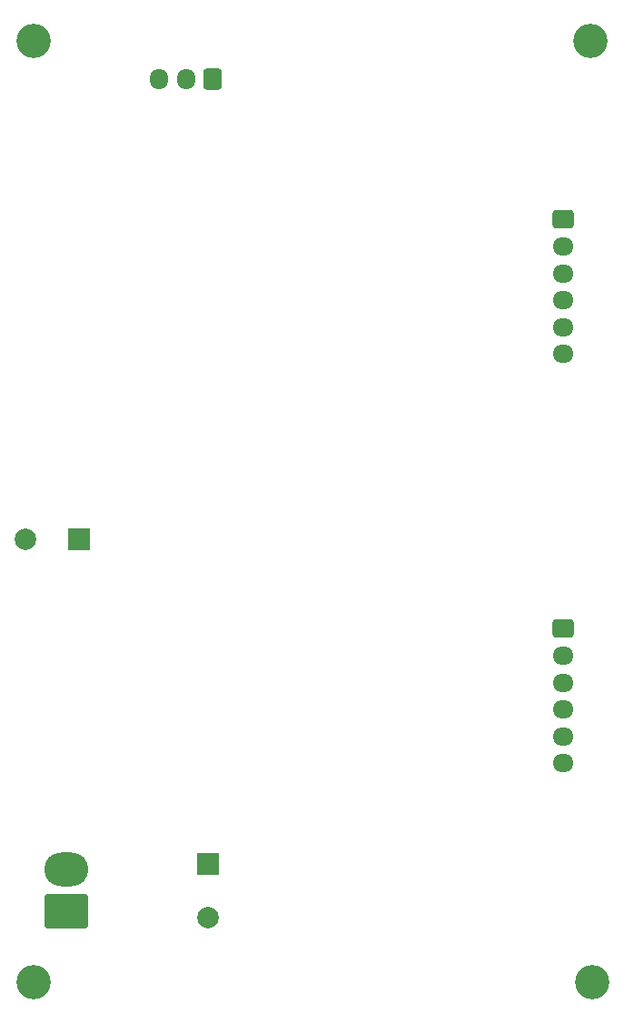
<source format=gbr>
%TF.GenerationSoftware,KiCad,Pcbnew,(6.0.6-0)*%
%TF.CreationDate,2024-07-06T11:12:15+02:00*%
%TF.ProjectId,10outputs,31306f75-7470-4757-9473-2e6b69636164,rev?*%
%TF.SameCoordinates,Original*%
%TF.FileFunction,Soldermask,Bot*%
%TF.FilePolarity,Negative*%
%FSLAX46Y46*%
G04 Gerber Fmt 4.6, Leading zero omitted, Abs format (unit mm)*
G04 Created by KiCad (PCBNEW (6.0.6-0)) date 2024-07-06 11:12:15*
%MOMM*%
%LPD*%
G01*
G04 APERTURE LIST*
G04 Aperture macros list*
%AMRoundRect*
0 Rectangle with rounded corners*
0 $1 Rounding radius*
0 $2 $3 $4 $5 $6 $7 $8 $9 X,Y pos of 4 corners*
0 Add a 4 corners polygon primitive as box body*
4,1,4,$2,$3,$4,$5,$6,$7,$8,$9,$2,$3,0*
0 Add four circle primitives for the rounded corners*
1,1,$1+$1,$2,$3*
1,1,$1+$1,$4,$5*
1,1,$1+$1,$6,$7*
1,1,$1+$1,$8,$9*
0 Add four rect primitives between the rounded corners*
20,1,$1+$1,$2,$3,$4,$5,0*
20,1,$1+$1,$4,$5,$6,$7,0*
20,1,$1+$1,$6,$7,$8,$9,0*
20,1,$1+$1,$8,$9,$2,$3,0*%
G04 Aperture macros list end*
%ADD10RoundRect,0.250000X0.600000X0.725000X-0.600000X0.725000X-0.600000X-0.725000X0.600000X-0.725000X0*%
%ADD11O,1.700000X1.950000*%
%ADD12C,3.200000*%
%ADD13RoundRect,0.250000X1.800000X-1.330000X1.800000X1.330000X-1.800000X1.330000X-1.800000X-1.330000X0*%
%ADD14O,4.100000X3.160000*%
%ADD15R,2.000000X2.000000*%
%ADD16C,2.000000*%
%ADD17RoundRect,0.250000X-0.725000X0.600000X-0.725000X-0.600000X0.725000X-0.600000X0.725000X0.600000X0*%
%ADD18O,1.950000X1.700000*%
G04 APERTURE END LIST*
D10*
%TO.C,J1*%
X110450000Y-39387000D03*
D11*
X107950000Y-39387000D03*
X105450000Y-39387000D03*
%TD*%
D12*
%TO.C,H4*%
X145796000Y-123444000D03*
%TD*%
%TO.C,H2*%
X93726000Y-123444000D03*
%TD*%
%TO.C,H1*%
X93726000Y-35814000D03*
%TD*%
D13*
%TO.C,J4*%
X96774000Y-116840000D03*
D14*
X96774000Y-112880000D03*
%TD*%
D15*
%TO.C,C1*%
X109982000Y-112440323D03*
D16*
X109982000Y-117440323D03*
%TD*%
D17*
%TO.C,J3*%
X143146000Y-52424000D03*
D18*
X143146000Y-54924000D03*
X143146000Y-57424000D03*
X143146000Y-59924000D03*
X143146000Y-62424000D03*
X143146000Y-64924000D03*
%TD*%
D15*
%TO.C,C2*%
X97998677Y-82169000D03*
D16*
X92998677Y-82169000D03*
%TD*%
D12*
%TO.C,H3*%
X145641000Y-35814000D03*
%TD*%
D17*
%TO.C,J2*%
X143146000Y-90524000D03*
D18*
X143146000Y-93024000D03*
X143146000Y-95524000D03*
X143146000Y-98024000D03*
X143146000Y-100524000D03*
X143146000Y-103024000D03*
%TD*%
M02*

</source>
